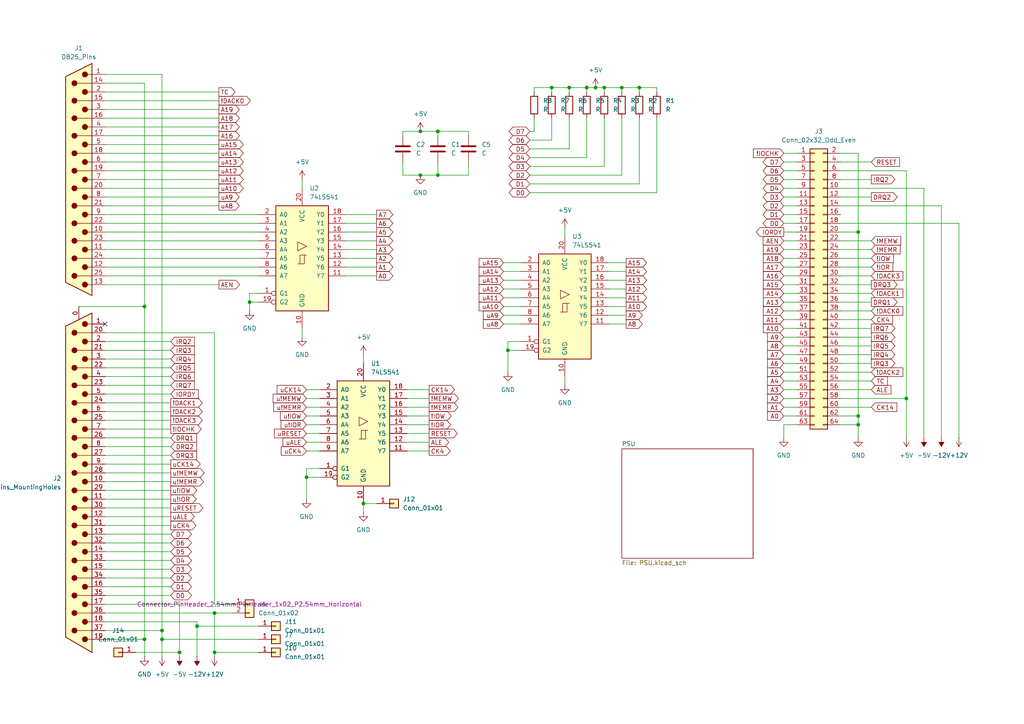
<source format=kicad_sch>
(kicad_sch (version 20250114) (generator "eeschema") (generator_version "9.0")
  (paper "A4")
  (lib_symbols
    (symbol "74xx:74LS541" (pin_names (offset 1.016))
      (property "Reference" "U" (at -7.62 16.51 0))
      (property "Value" "74LS541" (at -7.62 -16.51 0))
      (symbol "74LS541_1_0"
        (pin input line (at -12.7 12.7 0) (length 5.08) (name "A0") (number "2"))
        (pin input line (at -12.7 10.16 0) (length 5.08) (name "A1") (number "3"))
        (pin input line (at -12.7 7.62 0) (length 5.08) (name "A2") (number "4"))
        (pin input line (at -12.7 5.08 0) (length 5.08) (name "A3") (number "5"))
        (pin input line (at -12.7 2.54 0) (length 5.08) (name "A4") (number "6"))
        (pin input line (at -12.7 0 0) (length 5.08) (name "A5") (number "7"))
        (pin input line (at -12.7 -2.54 0) (length 5.08) (name "A6") (number "8"))
        (pin input line (at -12.7 -5.08 0) (length 5.08) (name "A7") (number "9"))
        (pin input inverted (at -12.7 -10.16 0) (length 5.08) (name "G1") (number "1"))
        (pin input inverted (at -12.7 -12.7 0) (length 5.08) (name "G2") (number "19"))
        (pin power_in line (at 0 20.32 270) (length 5.08) (name "VCC") (number "20"))
        (pin power_in line (at 0 -20.32 90) (length 5.08) (name "GND") (number "10"))
        (pin tri_state line (at 12.7 12.7 180) (length 5.08) (name "Y0") (number "18"))
        (pin tri_state line (at 12.7 10.16 180) (length 5.08) (name "Y1") (number "17"))
        (pin tri_state line (at 12.7 7.62 180) (length 5.08) (name "Y2") (number "16"))
        (pin tri_state line (at 12.7 5.08 180) (length 5.08) (name "Y3") (number "15"))
        (pin tri_state line (at 12.7 2.54 180) (length 5.08) (name "Y4") (number "14"))
        (pin tri_state line (at 12.7 0 180) (length 5.08) (name "Y5") (number "13"))
        (pin tri_state line (at 12.7 -2.54 180) (length 5.08) (name "Y6") (number "12"))
        (pin tri_state line (at 12.7 -5.08 180) (length 5.08) (name "Y7") (number "11"))
      )
    )
    (symbol "Connector:DB25_Pins" (pin_names (offset 1.016) (hide yes))
      (property "Reference" "J" (at 0 34.29 0))
      (property "Value" "DB25_Pins" (at 0 -34.925 0))
      (symbol "DB25_Pins_1_1"
        (pin passive line (at -7.62 30.48 0) (length 3.81) (name "13") (number "13"))
        (pin passive line (at -7.62 27.94 0) (length 3.81) (name "P25") (number "25"))
        (pin passive line (at -7.62 25.4 0) (length 3.81) (name "12") (number "12"))
        (pin passive line (at -7.62 22.86 0) (length 3.81) (name "P24") (number "24"))
        (pin passive line (at -7.62 20.32 0) (length 3.81) (name "11") (number "11"))
        (pin passive line (at -7.62 17.78 0) (length 3.81) (name "P23") (number "23"))
        (pin passive line (at -7.62 15.24 0) (length 3.81) (name "10") (number "10"))
        (pin passive line (at -7.62 12.7 0) (length 3.81) (name "P22") (number "22"))
        (pin passive line (at -7.62 10.16 0) (length 3.81) (name "9") (number "9"))
        (pin passive line (at -7.62 7.62 0) (length 3.81) (name "P21") (number "21"))
        (pin passive line (at -7.62 5.08 0) (length 3.81) (name "8") (number "8"))
        (pin passive line (at -7.62 2.54 0) (length 3.81) (name "P20") (number "20"))
        (pin passive line (at -7.62 0 0) (length 3.81) (name "7") (number "7"))
        (pin passive line (at -7.62 -2.54 0) (length 3.81) (name "P19") (number "19"))
        (pin passive line (at -7.62 -5.08 0) (length 3.81) (name "6") (number "6"))
        (pin passive line (at -7.62 -7.62 0) (length 3.81) (name "P18") (number "18"))
        (pin passive line (at -7.62 -10.16 0) (length 3.81) (name "5") (number "5"))
        (pin passive line (at -7.62 -12.7 0) (length 3.81) (name "P17") (number "17"))
        (pin passive line (at -7.62 -15.24 0) (length 3.81) (name "4") (number "4"))
        (pin passive line (at -7.62 -17.78 0) (length 3.81) (name "P16") (number "16"))
        (pin passive line (at -7.62 -20.32 0) (length 3.81) (name "3") (number "3"))
        (pin passive line (at -7.62 -22.86 0) (length 3.81) (name "P15") (number "15"))
        (pin passive line (at -7.62 -25.4 0) (length 3.81) (name "2") (number "2"))
        (pin passive line (at -7.62 -27.94 0) (length 3.81) (name "P14") (number "14"))
        (pin passive line (at -7.62 -30.48 0) (length 3.81) (name "1") (number "1"))
      )
    )
    (symbol "Connector:DC37_Pins_MountingHoles" (pin_names (offset 1.016) (hide yes))
      (property "Reference" "J" (at 0 52.705 0))
      (property "Value" "DC37_Pins_MountingHoles" (at 0 50.8 0))
      (symbol "DC37_Pins_MountingHoles_1_1"
        (pin passive line (at -7.62 45.72 0) (length 3.81) (name "19") (number "19"))
        (pin passive line (at -7.62 43.18 0) (length 3.81) (name "37") (number "37"))
        (pin passive line (at -7.62 40.64 0) (length 3.81) (name "18") (number "18"))
        (pin passive line (at -7.62 38.1 0) (length 3.81) (name "36") (number "36"))
        (pin passive line (at -7.62 35.56 0) (length 3.81) (name "17") (number "17"))
        (pin passive line (at -7.62 33.02 0) (length 3.81) (name "35") (number "35"))
        (pin passive line (at -7.62 30.48 0) (length 3.81) (name "16") (number "16"))
        (pin passive line (at -7.62 27.94 0) (length 3.81) (name "34") (number "34"))
        (pin passive line (at -7.62 25.4 0) (length 3.81) (name "15") (number "15"))
        (pin passive line (at -7.62 22.86 0) (length 3.81) (name "33") (number "33"))
        (pin passive line (at -7.62 20.32 0) (length 3.81) (name "14") (number "14"))
        (pin passive line (at -7.62 17.78 0) (length 3.81) (name "32") (number "32"))
        (pin passive line (at -7.62 15.24 0) (length 3.81) (name "13") (number "13"))
        (pin passive line (at -7.62 12.7 0) (length 3.81) (name "31") (number "31"))
        (pin passive line (at -7.62 10.16 0) (length 3.81) (name "12") (number "12"))
        (pin passive line (at -7.62 7.62 0) (length 3.81) (name "30") (number "30"))
        (pin passive line (at -7.62 5.08 0) (length 3.81) (name "11") (number "11"))
        (pin passive line (at -7.62 2.54 0) (length 3.81) (name "29") (number "29"))
        (pin passive line (at -7.62 0 0) (length 3.81) (name "10") (number "10"))
        (pin passive line (at -7.62 -2.54 0) (length 3.81) (name "28") (number "28"))
        (pin passive line (at -7.62 -5.08 0) (length 3.81) (name "9") (number "9"))
        (pin passive line (at -7.62 -7.62 0) (length 3.81) (name "27") (number "27"))
        (pin passive line (at -7.62 -10.16 0) (length 3.81) (name "8") (number "8"))
        (pin passive line (at -7.62 -12.7 0) (length 3.81) (name "26") (number "26"))
        (pin passive line (at -7.62 -15.24 0) (length 3.81) (name "7") (number "7"))
        (pin passive line (at -7.62 -17.78 0) (length 3.81) (name "25") (number "25"))
        (pin passive line (at -7.62 -20.32 0) (length 3.81) (name "6") (number "6"))
        (pin passive line (at -7.62 -22.86 0) (length 3.81) (name "24") (number "24"))
        (pin passive line (at -7.62 -25.4 0) (length 3.81) (name "5") (number "5"))
        (pin passive line (at -7.62 -27.94 0) (length 3.81) (name "23") (number "23"))
        (pin passive line (at -7.62 -30.48 0) (length 3.81) (name "4") (number "4"))
        (pin passive line (at -7.62 -33.02 0) (length 3.81) (name "22") (number "22"))
        (pin passive line (at -7.62 -35.56 0) (length 3.81) (name "3") (number "3"))
        (pin passive line (at -7.62 -38.1 0) (length 3.81) (name "21") (number "21"))
        (pin passive line (at -7.62 -40.64 0) (length 3.81) (name "2") (number "2"))
        (pin passive line (at -7.62 -43.18 0) (length 3.81) (name "20") (number "20"))
        (pin passive line (at -7.62 -45.72 0) (length 3.81) (name "1") (number "1"))
        (pin passive line (at 0 -50.8 90) (length 3.81) (name "PAD") (number "0"))
      )
    )
    (symbol "Connector_Generic:Conn_01x01" (pin_names (offset 1.016) (hide yes))
      (property "Reference" "J" (at 0 2.54 0))
      (property "Value" "Conn_01x01" (at 0 -2.54 0))
      (symbol "Conn_01x01_1_1"
        (pin passive line (at -5.08 0 0) (length 3.81) (name "Pin_1") (number "1"))
      )
    )
    (symbol "Connector_Generic:Conn_01x02" (pin_names (offset 1.016) (hide yes))
      (property "Reference" "J" (at 0 2.54 0))
      (property "Value" "Conn_01x02" (at 0 -5.08 0))
      (symbol "Conn_01x02_1_1"
        (pin passive line (at -5.08 0 0) (length 3.81) (name "Pin_1") (number "1"))
        (pin passive line (at -5.08 -2.54 0) (length 3.81) (name "Pin_2") (number "2"))
      )
    )
    (symbol "Connector_Generic:Conn_02x32_Odd_Even" (pin_names (offset 1.016) (hide yes))
      (property "Reference" "J" (at 1.27 40.64 0))
      (property "Value" "Conn_02x32_Odd_Even" (at 1.27 -43.18 0))
      (symbol "Conn_02x32_Odd_Even_1_1"
        (pin passive line (at -5.08 38.1 0) (length 3.81) (name "Pin_1") (number "1"))
        (pin passive line (at -5.08 35.56 0) (length 3.81) (name "Pin_3") (number "3"))
        (pin passive line (at -5.08 33.02 0) (length 3.81) (name "Pin_5") (number "5"))
        (pin passive line (at -5.08 30.48 0) (length 3.81) (name "Pin_7") (number "7"))
        (pin passive line (at -5.08 27.94 0) (length 3.81) (name "Pin_9") (number "9"))
        (pin passive line (at -5.08 25.4 0) (length 3.81) (name "Pin_11") (number "11"))
        (pin passive line (at -5.08 22.86 0) (length 3.81) (name "Pin_13") (number "13"))
        (pin passive line (at -5.08 20.32 0) (length 3.81) (name "Pin_15") (number "15"))
        (pin passive line (at -5.08 17.78 0) (length 3.81) (name "Pin_17") (number "17"))
        (pin passive line (at -5.08 15.24 0) (length 3.81) (name "Pin_19") (number "19"))
        (pin passive line (at -5.08 12.7 0) (length 3.81) (name "Pin_21") (number "21"))
        (pin passive line (at -5.08 10.16 0) (length 3.81) (name "Pin_23") (number "23"))
        (pin passive line (at -5.08 7.62 0) (length 3.81) (name "Pin_25") (number "25"))
        (pin passive line (at -5.08 5.08 0) (length 3.81) (name "Pin_27") (number "27"))
        (pin passive line (at -5.08 2.54 0) (length 3.81) (name "Pin_29") (number "29"))
        (pin passive line (at -5.08 0 0) (length 3.81) (name "Pin_31") (number "31"))
        (pin passive line (at -5.08 -2.54 0) (length 3.81) (name "Pin_33") (number "33"))
        (pin passive line (at -5.08 -5.08 0) (length 3.81) (name "Pin_35") (number "35"))
        (pin passive line (at -5.08 -7.62 0) (length 3.81) (name "Pin_37") (number "37"))
        (pin passive line (at -5.08 -10.16 0) (length 3.81) (name "Pin_39") (number "39"))
        (pin passive line (at -5.08 -12.7 0) (length 3.81) (name "Pin_41") (number "41"))
        (pin passive line (at -5.08 -15.24 0) (length 3.81) (name "Pin_43") (number "43"))
        (pin passive line (at -5.08 -17.78 0) (length 3.81) (name "Pin_45") (number "45"))
        (pin passive line (at -5.08 -20.32 0) (length 3.81) (name "Pin_47") (number "47"))
        (pin passive line (at -5.08 -22.86 0) (length 3.81) (name "Pin_49") (number "49"))
        (pin passive line (at -5.08 -25.4 0) (length 3.81) (name "Pin_51") (number "51"))
        (pin passive line (at -5.08 -27.94 0) (length 3.81) (name "Pin_53") (number "53"))
        (pin passive line (at -5.08 -30.48 0) (length 3.81) (name "Pin_55") (number "55"))
        (pin passive line (at -5.08 -33.02 0) (length 3.81) (name "Pin_57") (number "57"))
        (pin passive line (at -5.08 -35.56 0) (length 3.81) (name "Pin_59") (number "59"))
        (pin passive line (at -5.08 -38.1 0) (length 3.81) (name "Pin_61") (number "61"))
        (pin passive line (at -5.08 -40.64 0) (length 3.81) (name "Pin_63") (number "63"))
        (pin passive line (at 7.62 38.1 180) (length 3.81) (name "Pin_2") (number "2"))
        (pin passive line (at 7.62 35.56 180) (length 3.81) (name "Pin_4") (number "4"))
        (pin passive line (at 7.62 33.02 180) (length 3.81) (name "Pin_6") (number "6"))
        (pin passive line (at 7.62 30.48 180) (length 3.81) (name "Pin_8") (number "8"))
        (pin passive line (at 7.62 27.94 180) (length 3.81) (name "Pin_10") (number "10"))
        (pin passive line (at 7.62 25.4 180) (length 3.81) (name "Pin_12") (number "12"))
        (pin passive line (at 7.62 22.86 180) (length 3.81) (name "Pin_14") (number "14"))
        (pin passive line (at 7.62 20.32 180) (length 3.81) (name "Pin_16") (number "16"))
        (pin passive line (at 7.62 17.78 180) (length 3.81) (name "Pin_18") (number "18"))
        (pin passive line (at 7.62 15.24 180) (length 3.81) (name "Pin_20") (number "20"))
        (pin passive line (at 7.62 12.7 180) (length 3.81) (name "Pin_22") (number "22"))
        (pin passive line (at 7.62 10.16 180) (length 3.81) (name "Pin_24") (number "24"))
        (pin passive line (at 7.62 7.62 180) (length 3.81) (name "Pin_26") (number "26"))
        (pin passive line (at 7.62 5.08 180) (length 3.81) (name "Pin_28") (number "28"))
        (pin passive line (at 7.62 2.54 180) (length 3.81) (name "Pin_30") (number "30"))
        (pin passive line (at 7.62 0 180) (length 3.81) (name "Pin_32") (number "32"))
        (pin passive line (at 7.62 -2.54 180) (length 3.81) (name "Pin_34") (number "34"))
        (pin passive line (at 7.62 -5.08 180) (length 3.81) (name "Pin_36") (number "36"))
        (pin passive line (at 7.62 -7.62 180) (length 3.81) (name "Pin_38") (number "38"))
        (pin passive line (at 7.62 -10.16 180) (length 3.81) (name "Pin_40") (number "40"))
        (pin passive line (at 7.62 -12.7 180) (length 3.81) (name "Pin_42") (number "42"))
        (pin passive line (at 7.62 -15.24 180) (length 3.81) (name "Pin_44") (number "44"))
        (pin passive line (at 7.62 -17.78 180) (length 3.81) (name "Pin_46") (number "46"))
        (pin passive line (at 7.62 -20.32 180) (length 3.81) (name "Pin_48") (number "48"))
        (pin passive line (at 7.62 -22.86 180) (length 3.81) (name "Pin_50") (number "50"))
        (pin passive line (at 7.62 -25.4 180) (length 3.81) (name "Pin_52") (number "52"))
        (pin passive line (at 7.62 -27.94 180) (length 3.81) (name "Pin_54") (number "54"))
        (pin passive line (at 7.62 -30.48 180) (length 3.81) (name "Pin_56") (number "56"))
        (pin passive line (at 7.62 -33.02 180) (length 3.81) (name "Pin_58") (number "58"))
        (pin passive line (at 7.62 -35.56 180) (length 3.81) (name "Pin_60") (number "60"))
        (pin passive line (at 7.62 -38.1 180) (length 3.81) (name "Pin_62") (number "62"))
        (pin passive line (at 7.62 -40.64 180) (length 3.81) (name "Pin_64") (number "64"))
      )
    )
    (symbol "Device:C" (pin_numbers (hide yes)) (pin_names (offset 0.254))
      (property "Reference" "C" (at 0.635 2.54 0))
      (property "Value" "C" (at 0.635 -2.54 0))
      (symbol "C_1_1"
        (pin passive line (at 0 3.81 270) (length 2.794) (name "~") (number "1"))
        (pin passive line (at 0 -3.81 90) (length 2.794) (name "~") (number "2"))
      )
    )
    (symbol "Device:R" (pin_numbers (hide yes)) (pin_names (offset 0))
      (property "Reference" "R" (at 2.032 0 90))
      (property "Value" "R" (at 0 0 90))
      (symbol "R_1_1"
        (pin passive line (at 0 3.81 270) (length 1.27) (name "~") (number "1"))
        (pin passive line (at 0 -3.81 90) (length 1.27) (name "~") (number "2"))
      )
    )
    (symbol "power:+12V" (power) (pin_numbers (hide yes)) (pin_names (offset 0) (hide yes))
      (property "Value" "+12V" (at 0 3.556 0))
      (symbol "+12V_1_1"
        (pin power_in line (at 0 0 90) (length 0) (name "~") (number "1"))
      )
    )
    (symbol "power:+5V" (power) (pin_numbers (hide yes)) (pin_names (offset 0) (hide yes))
      (property "Value" "+5V" (at 0 3.556 0))
      (symbol "+5V_1_1"
        (pin power_in line (at 0 0 90) (length 0) (name "~") (number "1"))
      )
    )
    (symbol "power:-12V" (power) (pin_numbers (hide yes)) (pin_names (offset 0) (hide yes))
      (property "Value" "-12V" (at 0 3.556 0))
      (symbol "-12V_0_0"
        (pin power_in line (at 0 0 90) (length 0) (name "~") (number "1"))
      )
    )
    (symbol "power:-5V" (power) (pin_numbers (hide yes)) (pin_names (offset 0) (hide yes))
      (property "Value" "-5V" (at 0 3.556 0))
      (symbol "-5V_0_0"
        (pin power_in line (at 0 0 90) (length 0) (name "~") (number "1"))
      )
    )
    (symbol "power:GND" (power) (pin_numbers (hide yes)) (pin_names (offset 0) (hide yes))
      (property "Value" "GND" (at 0 -3.81 0))
      (symbol "GND_1_1"
        (pin power_in line (at 0 0 270) (length 0) (name "~") (number "1"))
      )
    )
  )
  (junction (at 62.23 189.23))
  (junction (at 62.23 177.8))
  (junction (at 248.92 67.31))
  (junction (at 46.99 185.42))
  (junction (at 52.07 189.23))
  (junction (at 185.42 25.4))
  (junction (at 121.92 38.1))
  (junction (at 262.89 115.57))
  (junction (at 127 38.1))
  (junction (at 88.9 138.43))
  (junction (at 121.92 50.8))
  (junction (at 57.15 181.61))
  (junction (at 46.99 182.88))
  (junction (at 41.91 185.42))
  (junction (at 172.72 25.4))
  (junction (at 72.39 87.63))
  (junction (at 147.32 101.6))
  (junction (at 170.18 25.4))
  (junction (at 248.92 123.19))
  (junction (at 127 50.8))
  (junction (at 248.92 120.65))
  (junction (at 175.26 25.4))
  (junction (at 165.1 25.4))
  (junction (at 41.91 88.9))
  (junction (at 105.41 146.05))
  (junction (at 160.02 25.4))
  (junction (at 180.34 25.4))
  (no_connect (at 30.48 93.98))
  (wire (pts (xy 30.48 170.18) (xy 49.53 170.18)))
  (wire (pts (xy 180.34 25.4) (xy 180.34 26.67)))
  (wire (pts (xy 88.9 113.03) (xy 92.71 113.03)))
  (wire (pts (xy 176.53 76.2) (xy 181.61 76.2)))
  (wire (pts (xy 88.9 135.89) (xy 88.9 138.43)))
  (wire (pts (xy 243.84 120.65) (xy 248.92 120.65)))
  (wire (pts (xy 243.84 115.57) (xy 262.89 115.57)))
  (wire (pts (xy 30.48 134.62) (xy 49.53 134.62)))
  (wire (pts (xy 146.05 81.28) (xy 151.13 81.28)))
  (wire (pts (xy 88.9 138.43) (xy 92.71 138.43)))
  (wire (pts (xy 118.11 113.03) (xy 124.46 113.03)))
  (wire (pts (xy 243.84 72.39) (xy 252.73 72.39)))
  (wire (pts (xy 185.42 34.29) (xy 185.42 53.34)))
  (wire (pts (xy 30.48 21.59) (xy 46.99 21.59)))
  (wire (pts (xy 243.84 87.63) (xy 252.73 87.63)))
  (wire (pts (xy 153.67 38.1) (xy 154.94 38.1)))
  (wire (pts (xy 30.48 167.64) (xy 49.53 167.64)))
  (wire (pts (xy 146.05 78.74) (xy 151.13 78.74)))
  (wire (pts (xy 62.23 175.26) (xy 62.23 96.52)))
  (wire (pts (xy 227.33 49.53) (xy 231.14 49.53)))
  (wire (pts (xy 243.84 97.79) (xy 252.73 97.79)))
  (wire (pts (xy 52.07 175.26) (xy 52.07 189.23)))
  (wire (pts (xy 30.48 82.55) (xy 63.5 82.55)))
  (wire (pts (xy 62.23 189.23) (xy 62.23 190.5)))
  (wire (pts (xy 88.9 115.57) (xy 92.71 115.57)))
  (wire (pts (xy 243.84 102.87) (xy 252.73 102.87)))
  (wire (pts (xy 151.13 99.06) (xy 147.32 99.06)))
  (wire (pts (xy 243.84 49.53) (xy 262.89 49.53)))
  (wire (pts (xy 127 38.1) (xy 135.89 38.1)))
  (wire (pts (xy 227.33 52.07) (xy 231.14 52.07)))
  (wire (pts (xy 30.48 154.94) (xy 49.53 154.94)))
  (wire (pts (xy 105.41 102.87) (xy 105.41 105.41)))
  (wire (pts (xy 46.99 185.42) (xy 46.99 190.5)))
  (wire (pts (xy 153.67 45.72) (xy 170.18 45.72)))
  (wire (pts (xy 153.67 43.18) (xy 165.1 43.18)))
  (wire (pts (xy 176.53 88.9) (xy 181.61 88.9)))
  (wire (pts (xy 147.32 99.06) (xy 147.32 101.6)))
  (wire (pts (xy 185.42 53.34) (xy 153.67 53.34)))
  (wire (pts (xy 30.48 29.21) (xy 63.5 29.21)))
  (wire (pts (xy 30.48 121.92) (xy 49.53 121.92)))
  (wire (pts (xy 118.11 115.57) (xy 124.46 115.57)))
  (wire (pts (xy 190.5 26.67) (xy 190.5 25.4)))
  (wire (pts (xy 30.48 119.38) (xy 49.53 119.38)))
  (wire (pts (xy 105.41 146.05) (xy 105.41 148.59)))
  (wire (pts (xy 243.84 107.95) (xy 252.73 107.95)))
  (wire (pts (xy 30.48 64.77) (xy 74.93 64.77)))
  (wire (pts (xy 88.9 138.43) (xy 88.9 144.78)))
  (wire (pts (xy 273.05 59.69) (xy 273.05 127)))
  (wire (pts (xy 248.92 44.45) (xy 248.92 67.31)))
  (wire (pts (xy 118.11 123.19) (xy 124.46 123.19)))
  (wire (pts (xy 88.9 120.65) (xy 92.71 120.65)))
  (wire (pts (xy 160.02 25.4) (xy 165.1 25.4)))
  (wire (pts (xy 100.33 80.01) (xy 109.22 80.01)))
  (wire (pts (xy 30.48 96.52) (xy 62.23 96.52)))
  (wire (pts (xy 30.48 157.48) (xy 49.53 157.48)))
  (wire (pts (xy 243.84 57.15) (xy 252.73 57.15)))
  (wire (pts (xy 30.48 111.76) (xy 49.53 111.76)))
  (wire (pts (xy 118.11 118.11) (xy 124.46 118.11)))
  (wire (pts (xy 243.84 74.93) (xy 252.73 74.93)))
  (wire (pts (xy 243.84 82.55) (xy 252.73 82.55)))
  (wire (pts (xy 267.97 54.61) (xy 267.97 127)))
  (wire (pts (xy 88.9 130.81) (xy 92.71 130.81)))
  (wire (pts (xy 118.11 128.27) (xy 124.46 128.27)))
  (wire (pts (xy 180.34 34.29) (xy 180.34 50.8)))
  (wire (pts (xy 243.84 110.49) (xy 252.73 110.49)))
  (wire (pts (xy 30.48 34.29) (xy 63.5 34.29)))
  (wire (pts (xy 72.39 87.63) (xy 74.93 87.63)))
  (wire (pts (xy 243.84 67.31) (xy 248.92 67.31)))
  (wire (pts (xy 30.48 139.7) (xy 49.53 139.7)))
  (wire (pts (xy 30.48 80.01) (xy 74.93 80.01)))
  (wire (pts (xy 146.05 88.9) (xy 151.13 88.9)))
  (wire (pts (xy 227.33 85.09) (xy 231.14 85.09)))
  (wire (pts (xy 100.33 77.47) (xy 109.22 77.47)))
  (wire (pts (xy 176.53 83.82) (xy 181.61 83.82)))
  (wire (pts (xy 30.48 182.88) (xy 46.99 182.88)))
  (wire (pts (xy 243.84 54.61) (xy 267.97 54.61)))
  (wire (pts (xy 100.33 69.85) (xy 109.22 69.85)))
  (wire (pts (xy 176.53 91.44) (xy 181.61 91.44)))
  (wire (pts (xy 41.91 24.13) (xy 41.91 88.9)))
  (wire (pts (xy 57.15 181.61) (xy 57.15 190.5)))
  (wire (pts (xy 41.91 185.42) (xy 41.91 190.5)))
  (wire (pts (xy 30.48 74.93) (xy 74.93 74.93)))
  (wire (pts (xy 243.84 44.45) (xy 248.92 44.45)))
  (wire (pts (xy 30.48 62.23) (xy 74.93 62.23)))
  (wire (pts (xy 227.33 110.49) (xy 231.14 110.49)))
  (wire (pts (xy 116.84 38.1) (xy 121.92 38.1)))
  (wire (pts (xy 52.07 189.23) (xy 52.07 190.5)))
  (wire (pts (xy 105.41 146.05) (xy 109.22 146.05)))
  (wire (pts (xy 185.42 25.4) (xy 180.34 25.4)))
  (wire (pts (xy 30.48 67.31) (xy 74.93 67.31)))
  (wire (pts (xy 154.94 38.1) (xy 154.94 34.29)))
  (wire (pts (xy 243.84 95.25) (xy 252.73 95.25)))
  (wire (pts (xy 227.33 118.11) (xy 231.14 118.11)))
  (wire (pts (xy 46.99 21.59) (xy 46.99 182.88)))
  (wire (pts (xy 46.99 182.88) (xy 46.99 185.42)))
  (wire (pts (xy 176.53 81.28) (xy 181.61 81.28)))
  (wire (pts (xy 72.39 85.09) (xy 72.39 87.63)))
  (wire (pts (xy 227.33 44.45) (xy 231.14 44.45)))
  (wire (pts (xy 227.33 82.55) (xy 231.14 82.55)))
  (wire (pts (xy 30.48 54.61) (xy 63.5 54.61)))
  (wire (pts (xy 147.32 101.6) (xy 151.13 101.6)))
  (wire (pts (xy 243.84 80.01) (xy 252.73 80.01)))
  (wire (pts (xy 165.1 25.4) (xy 170.18 25.4)))
  (wire (pts (xy 30.48 106.68) (xy 49.53 106.68)))
  (wire (pts (xy 227.33 100.33) (xy 231.14 100.33)))
  (wire (pts (xy 62.23 177.8) (xy 62.23 189.23)))
  (wire (pts (xy 227.33 95.25) (xy 231.14 95.25)))
  (wire (pts (xy 67.31 175.26) (xy 62.23 175.26)))
  (wire (pts (xy 30.48 44.45) (xy 63.5 44.45)))
  (wire (pts (xy 227.33 64.77) (xy 231.14 64.77)))
  (wire (pts (xy 227.33 57.15) (xy 231.14 57.15)))
  (wire (pts (xy 227.33 74.93) (xy 231.14 74.93)))
  (wire (pts (xy 227.33 120.65) (xy 231.14 120.65)))
  (wire (pts (xy 88.9 118.11) (xy 92.71 118.11)))
  (wire (pts (xy 100.33 67.31) (xy 109.22 67.31)))
  (wire (pts (xy 175.26 48.26) (xy 175.26 34.29)))
  (wire (pts (xy 262.89 49.53) (xy 262.89 115.57)))
  (wire (pts (xy 30.48 114.3) (xy 49.53 114.3)))
  (wire (pts (xy 243.84 46.99) (xy 252.73 46.99)))
  (wire (pts (xy 243.84 90.17) (xy 252.73 90.17)))
  (wire (pts (xy 153.67 55.88) (xy 190.5 55.88)))
  (wire (pts (xy 30.48 109.22) (xy 49.53 109.22)))
  (wire (pts (xy 180.34 25.4) (xy 175.26 25.4)))
  (wire (pts (xy 116.84 39.37) (xy 116.84 38.1)))
  (wire (pts (xy 170.18 25.4) (xy 170.18 26.67)))
  (wire (pts (xy 118.11 120.65) (xy 124.46 120.65)))
  (wire (pts (xy 30.48 152.4) (xy 49.53 152.4)))
  (wire (pts (xy 30.48 36.83) (xy 63.5 36.83)))
  (wire (pts (xy 243.84 59.69) (xy 273.05 59.69)))
  (wire (pts (xy 30.48 57.15) (xy 63.5 57.15)))
  (wire (pts (xy 248.92 67.31) (xy 248.92 120.65)))
  (wire (pts (xy 154.94 25.4) (xy 160.02 25.4)))
  (wire (pts (xy 154.94 26.67) (xy 154.94 25.4)))
  (wire (pts (xy 135.89 38.1) (xy 135.89 39.37)))
  (wire (pts (xy 190.5 55.88) (xy 190.5 34.29)))
  (wire (pts (xy 227.33 105.41) (xy 231.14 105.41)))
  (wire (pts (xy 243.84 92.71) (xy 252.73 92.71)))
  (wire (pts (xy 46.99 185.42) (xy 74.93 185.42)))
  (wire (pts (xy 146.05 86.36) (xy 151.13 86.36)))
  (wire (pts (xy 30.48 162.56) (xy 49.53 162.56)))
  (wire (pts (xy 243.84 77.47) (xy 252.73 77.47)))
  (wire (pts (xy 146.05 91.44) (xy 151.13 91.44)))
  (wire (pts (xy 30.48 39.37) (xy 63.5 39.37)))
  (wire (pts (xy 176.53 93.98) (xy 181.61 93.98)))
  (wire (pts (xy 227.33 123.19) (xy 227.33 127)))
  (wire (pts (xy 135.89 50.8) (xy 127 50.8)))
  (wire (pts (xy 100.33 74.93) (xy 109.22 74.93)))
  (wire (pts (xy 30.48 127) (xy 49.53 127)))
  (wire (pts (xy 30.48 31.75) (xy 63.5 31.75)))
  (wire (pts (xy 30.48 142.24) (xy 49.53 142.24)))
  (wire (pts (xy 243.84 52.07) (xy 252.73 52.07)))
  (wire (pts (xy 262.89 115.57) (xy 262.89 127)))
  (wire (pts (xy 227.33 115.57) (xy 231.14 115.57)))
  (wire (pts (xy 227.33 46.99) (xy 231.14 46.99)))
  (wire (pts (xy 227.33 80.01) (xy 231.14 80.01)))
  (wire (pts (xy 227.33 59.69) (xy 231.14 59.69)))
  (wire (pts (xy 30.48 41.91) (xy 63.5 41.91)))
  (wire (pts (xy 30.48 116.84) (xy 49.53 116.84)))
  (wire (pts (xy 127 50.8) (xy 127 46.99)))
  (wire (pts (xy 127 39.37) (xy 127 38.1)))
  (wire (pts (xy 146.05 93.98) (xy 151.13 93.98)))
  (wire (pts (xy 227.33 90.17) (xy 231.14 90.17)))
  (wire (pts (xy 116.84 50.8) (xy 116.84 46.99)))
  (wire (pts (xy 87.63 95.25) (xy 87.63 97.79)))
  (wire (pts (xy 227.33 102.87) (xy 231.14 102.87)))
  (wire (pts (xy 160.02 40.64) (xy 160.02 34.29)))
  (wire (pts (xy 227.33 97.79) (xy 231.14 97.79)))
  (wire (pts (xy 160.02 25.4) (xy 160.02 26.67)))
  (wire (pts (xy 30.48 101.6) (xy 49.53 101.6)))
  (wire (pts (xy 227.33 62.23) (xy 231.14 62.23)))
  (wire (pts (xy 227.33 72.39) (xy 231.14 72.39)))
  (wire (pts (xy 227.33 77.47) (xy 231.14 77.47)))
  (wire (pts (xy 146.05 76.2) (xy 151.13 76.2)))
  (wire (pts (xy 227.33 67.31) (xy 231.14 67.31)))
  (wire (pts (xy 243.84 85.09) (xy 252.73 85.09)))
  (wire (pts (xy 30.48 132.08) (xy 49.53 132.08)))
  (wire (pts (xy 248.92 120.65) (xy 248.92 123.19)))
  (wire (pts (xy 165.1 25.4) (xy 165.1 26.67)))
  (wire (pts (xy 30.48 26.67) (xy 63.5 26.67)))
  (wire (pts (xy 121.92 50.8) (xy 116.84 50.8)))
  (wire (pts (xy 74.93 85.09) (xy 72.39 85.09)))
  (wire (pts (xy 227.33 69.85) (xy 231.14 69.85)))
  (wire (pts (xy 62.23 189.23) (xy 74.93 189.23)))
  (wire (pts (xy 30.48 104.14) (xy 49.53 104.14)))
  (wire (pts (xy 243.84 100.33) (xy 252.73 100.33)))
  (wire (pts (xy 88.9 123.19) (xy 92.71 123.19)))
  (wire (pts (xy 30.48 52.07) (xy 63.5 52.07)))
  (wire (pts (xy 170.18 25.4) (xy 172.72 25.4)))
  (wire (pts (xy 243.84 69.85) (xy 252.73 69.85)))
  (wire (pts (xy 30.48 24.13) (xy 41.91 24.13)))
  (wire (pts (xy 153.67 40.64) (xy 160.02 40.64)))
  (wire (pts (xy 30.48 129.54) (xy 49.53 129.54)))
  (wire (pts (xy 39.37 189.23) (xy 52.07 189.23)))
  (wire (pts (xy 100.33 64.77) (xy 109.22 64.77)))
  (wire (pts (xy 227.33 87.63) (xy 231.14 87.63)))
  (wire (pts (xy 30.48 77.47) (xy 74.93 77.47)))
  (wire (pts (xy 243.84 118.11) (xy 252.73 118.11)))
  (wire (pts (xy 243.84 123.19) (xy 248.92 123.19)))
  (wire (pts (xy 30.48 144.78) (xy 49.53 144.78)))
  (wire (pts (xy 231.14 123.19) (xy 227.33 123.19)))
  (wire (pts (xy 185.42 25.4) (xy 185.42 26.67)))
  (wire (pts (xy 30.48 72.39) (xy 74.93 72.39)))
  (wire (pts (xy 248.92 123.19) (xy 248.92 127)))
  (wire (pts (xy 170.18 45.72) (xy 170.18 34.29)))
  (wire (pts (xy 165.1 43.18) (xy 165.1 34.29)))
  (wire (pts (xy 72.39 87.63) (xy 72.39 90.17)))
  (wire (pts (xy 30.48 137.16) (xy 49.53 137.16)))
  (wire (pts (xy 146.05 83.82) (xy 151.13 83.82)))
  (wire (pts (xy 175.26 25.4) (xy 172.72 25.4)))
  (wire (pts (xy 163.83 109.22) (xy 163.83 111.76)))
  (wire (pts (xy 100.33 72.39) (xy 109.22 72.39)))
  (wire (pts (xy 30.48 185.42) (xy 41.91 185.42)))
  (wire (pts (xy 121.92 50.8) (xy 127 50.8)))
  (wire (pts (xy 127 38.1) (xy 121.92 38.1)))
  (wire (pts (xy 87.63 52.07) (xy 87.63 54.61)))
  (wire (pts (xy 57.15 181.61) (xy 74.93 181.61)))
  (wire (pts (xy 227.33 54.61) (xy 231.14 54.61)))
  (wire (pts (xy 190.5 25.4) (xy 185.42 25.4)))
  (wire (pts (xy 57.15 180.34) (xy 57.15 181.61)))
  (wire (pts (xy 243.84 105.41) (xy 252.73 105.41)))
  (wire (pts (xy 30.48 175.26) (xy 52.07 175.26)))
  (wire (pts (xy 88.9 125.73) (xy 92.71 125.73)))
  (wire (pts (xy 30.48 49.53) (xy 63.5 49.53)))
  (wire (pts (xy 278.13 64.77) (xy 278.13 127)))
  (wire (pts (xy 227.33 107.95) (xy 231.14 107.95)))
  (wire (pts (xy 62.23 177.8) (xy 67.31 177.8)))
  (wire (pts (xy 227.33 113.03) (xy 231.14 113.03)))
  (wire (pts (xy 30.48 69.85) (xy 74.93 69.85)))
  (wire (pts (xy 22.86 88.9) (xy 41.91 88.9)))
  (wire (pts (xy 30.48 180.34) (xy 57.15 180.34)))
  (wire (pts (xy 243.84 64.77) (xy 278.13 64.77)))
  (wire (pts (xy 243.84 113.03) (xy 252.73 113.03)))
  (wire (pts (xy 30.48 177.8) (xy 62.23 177.8)))
  (wire (pts (xy 135.89 46.99) (xy 135.89 50.8)))
  (wire (pts (xy 100.33 62.23) (xy 109.22 62.23)))
  (wire (pts (xy 163.83 66.04) (xy 163.83 68.58)))
  (wire (pts (xy 227.33 92.71) (xy 231.14 92.71)))
  (wire (pts (xy 153.67 48.26) (xy 175.26 48.26)))
  (wire (pts (xy 30.48 149.86) (xy 49.53 149.86)))
  (wire (pts (xy 176.53 86.36) (xy 181.61 86.36)))
  (wire (pts (xy 30.48 46.99) (xy 63.5 46.99)))
  (wire (pts (xy 30.48 124.46) (xy 49.53 124.46)))
  (wire (pts (xy 88.9 128.27) (xy 92.71 128.27)))
  (wire (pts (xy 30.48 165.1) (xy 49.53 165.1)))
  (wire (pts (xy 30.48 99.06) (xy 49.53 99.06)))
  (wire (pts (xy 147.32 101.6) (xy 147.32 107.95)))
  (wire (pts (xy 30.48 172.72) (xy 49.53 172.72)))
  (wire (pts (xy 92.71 135.89) (xy 88.9 135.89)))
  (wire (pts (xy 41.91 88.9) (xy 41.91 185.42)))
  (wire (pts (xy 176.53 78.74) (xy 181.61 78.74)))
  (wire (pts (xy 153.67 50.8) (xy 180.34 50.8)))
  (wire (pts (xy 118.11 130.81) (xy 124.46 130.81)))
  (wire (pts (xy 175.26 25.4) (xy 175.26 26.67)))
  (wire (pts (xy 118.11 125.73) (xy 124.46 125.73)))
  (wire (pts (xy 30.48 147.32) (xy 49.53 147.32)))
  (wire (pts (xy 30.48 59.69) (xy 63.5 59.69)))
  (wire (pts (xy 30.48 160.02) (xy 49.53 160.02)))
  (global_label "u!IOR" (shape input) (at 88.9 123.19 180) (property "Intersheetrefs" "${INTERSHEET_REFS}" (effects (hide yes))))
  (global_label "A5" (shape input) (at 227.33 107.95 180) (property "Intersheetrefs" "${INTERSHEET_REFS}" (effects (hide yes))))
  (global_label "A19" (shape output) (at 63.5 31.75 0) (property "Intersheetrefs" "${INTERSHEET_REFS}" (effects (hide yes))))
  (global_label "IRQ7" (shape input) (at 49.53 111.76 0) (property "Intersheetrefs" "${INTERSHEET_REFS}" (effects (hide yes))))
  (global_label "D4" (shape bidirectional) (at 227.33 54.61 180) (property "Intersheetrefs" "${INTERSHEET_REFS}" (effects (hide yes))))
  (global_label "uALE" (shape input) (at 88.9 128.27 180) (property "Intersheetrefs" "${INTERSHEET_REFS}" (effects (hide yes))))
  (global_label "uA9" (shape input) (at 146.05 91.44 180) (property "Intersheetrefs" "${INTERSHEET_REFS}" (effects (hide yes))))
  (global_label "IRQ7" (shape output) (at 252.73 95.25 0) (property "Intersheetrefs" "${INTERSHEET_REFS}" (effects (hide yes))))
  (global_label "IRQ4" (shape output) (at 252.73 102.87 0) (property "Intersheetrefs" "${INTERSHEET_REFS}" (effects (hide yes))))
  (global_label "IRQ5" (shape output) (at 252.73 100.33 0) (property "Intersheetrefs" "${INTERSHEET_REFS}" (effects (hide yes))))
  (global_label "u!IOW" (shape input) (at 88.9 120.65 180) (property "Intersheetrefs" "${INTERSHEET_REFS}" (effects (hide yes))))
  (global_label "D7" (shape bidirectional) (at 153.67 38.1 180) (property "Intersheetrefs" "${INTERSHEET_REFS}" (effects (hide yes))))
  (global_label "!MEMW" (shape output) (at 124.46 115.57 0) (property "Intersheetrefs" "${INTERSHEET_REFS}" (effects (hide yes))))
  (global_label "u!MEMR" (shape output) (at 49.53 139.7 0) (property "Intersheetrefs" "${INTERSHEET_REFS}" (effects (hide yes))))
  (global_label "CK4" (shape output) (at 124.46 130.81 0) (property "Intersheetrefs" "${INTERSHEET_REFS}" (effects (hide yes))))
  (global_label "A16" (shape input) (at 227.33 80.01 180) (property "Intersheetrefs" "${INTERSHEET_REFS}" (effects (hide yes))))
  (global_label "D0" (shape bidirectional) (at 227.33 64.77 180) (property "Intersheetrefs" "${INTERSHEET_REFS}" (effects (hide yes))))
  (global_label "A10" (shape output) (at 181.61 88.9 0) (property "Intersheetrefs" "${INTERSHEET_REFS}" (effects (hide yes))))
  (global_label "A17" (shape output) (at 63.5 36.83 0) (property "Intersheetrefs" "${INTERSHEET_REFS}" (effects (hide yes))))
  (global_label "ALE" (shape input) (at 252.73 113.03 0) (property "Intersheetrefs" "${INTERSHEET_REFS}" (effects (hide yes))))
  (global_label "uA13" (shape output) (at 63.5 46.99 0) (property "Intersheetrefs" "${INTERSHEET_REFS}" (effects (hide yes))))
  (global_label "A11" (shape output) (at 181.61 86.36 0) (property "Intersheetrefs" "${INTERSHEET_REFS}" (effects (hide yes))))
  (global_label "uA13" (shape input) (at 146.05 81.28 180) (property "Intersheetrefs" "${INTERSHEET_REFS}" (effects (hide yes))))
  (global_label "DRQ3" (shape input) (at 49.53 132.08 0) (property "Intersheetrefs" "${INTERSHEET_REFS}" (effects (hide yes))))
  (global_label "A2" (shape input) (at 227.33 115.57 180) (property "Intersheetrefs" "${INTERSHEET_REFS}" (effects (hide yes))))
  (global_label "IORDY" (shape output) (at 227.33 67.31 180) (property "Intersheetrefs" "${INTERSHEET_REFS}" (effects (hide yes))))
  (global_label "A3" (shape output) (at 109.22 72.39 0) (property "Intersheetrefs" "${INTERSHEET_REFS}" (effects (hide yes))))
  (global_label "uA15" (shape output) (at 63.5 41.91 0) (property "Intersheetrefs" "${INTERSHEET_REFS}" (effects (hide yes))))
  (global_label "!IOCHK" (shape output) (at 49.53 124.46 0) (property "Intersheetrefs" "${INTERSHEET_REFS}" (effects (hide yes))))
  (global_label "A16" (shape output) (at 63.5 39.37 0) (property "Intersheetrefs" "${INTERSHEET_REFS}" (effects (hide yes))))
  (global_label "A19" (shape input) (at 227.33 72.39 180) (property "Intersheetrefs" "${INTERSHEET_REFS}" (effects (hide yes))))
  (global_label "A13" (shape input) (at 227.33 87.63 180) (property "Intersheetrefs" "${INTERSHEET_REFS}" (effects (hide yes))))
  (global_label "uCK14" (shape output) (at 49.53 134.62 0) (property "Intersheetrefs" "${INTERSHEET_REFS}" (effects (hide yes))))
  (global_label "uA14" (shape input) (at 146.05 78.74 180) (property "Intersheetrefs" "${INTERSHEET_REFS}" (effects (hide yes))))
  (global_label "u!MEMR" (shape input) (at 88.9 118.11 180) (property "Intersheetrefs" "${INTERSHEET_REFS}" (effects (hide yes))))
  (global_label "IRQ3" (shape output) (at 252.73 105.41 0) (property "Intersheetrefs" "${INTERSHEET_REFS}" (effects (hide yes))))
  (global_label "D3" (shape bidirectional) (at 49.53 165.1 0) (property "Intersheetrefs" "${INTERSHEET_REFS}" (effects (hide yes))))
  (global_label "uCK14" (shape input) (at 88.9 113.03 180) (property "Intersheetrefs" "${INTERSHEET_REFS}" (effects (hide yes))))
  (global_label "D2" (shape bidirectional) (at 49.53 167.64 0) (property "Intersheetrefs" "${INTERSHEET_REFS}" (effects (hide yes))))
  (global_label "D1" (shape bidirectional) (at 49.53 170.18 0) (property "Intersheetrefs" "${INTERSHEET_REFS}" (effects (hide yes))))
  (global_label "A11" (shape input) (at 227.33 92.71 180) (property "Intersheetrefs" "${INTERSHEET_REFS}" (effects (hide yes))))
  (global_label "D4" (shape bidirectional) (at 49.53 162.56 0) (property "Intersheetrefs" "${INTERSHEET_REFS}" (effects (hide yes))))
  (global_label "u!MEMW" (shape input) (at 88.9 115.57 180) (property "Intersheetrefs" "${INTERSHEET_REFS}" (effects (hide yes))))
  (global_label "D6" (shape bidirectional) (at 227.33 49.53 180) (property "Intersheetrefs" "${INTERSHEET_REFS}" (effects (hide yes))))
  (global_label "D0" (shape bidirectional) (at 153.67 55.88 180) (property "Intersheetrefs" "${INTERSHEET_REFS}" (effects (hide yes))))
  (global_label "!DACK3" (shape input) (at 252.73 80.01 0) (property "Intersheetrefs" "${INTERSHEET_REFS}" (effects (hide yes))))
  (global_label "uA11" (shape input) (at 146.05 86.36 180) (property "Intersheetrefs" "${INTERSHEET_REFS}" (effects (hide yes))))
  (global_label "A14" (shape output) (at 181.61 78.74 0) (property "Intersheetrefs" "${INTERSHEET_REFS}" (effects (hide yes))))
  (global_label "uA12" (shape input) (at 146.05 83.82 180) (property "Intersheetrefs" "${INTERSHEET_REFS}" (effects (hide yes))))
  (global_label "!DACK2" (shape output) (at 49.53 119.38 0) (property "Intersheetrefs" "${INTERSHEET_REFS}" (effects (hide yes))))
  (global_label "A14" (shape input) (at 227.33 85.09 180) (property "Intersheetrefs" "${INTERSHEET_REFS}" (effects (hide yes))))
  (global_label "TC" (shape input) (at 252.73 110.49 0) (property "Intersheetrefs" "${INTERSHEET_REFS}" (effects (hide yes))))
  (global_label "A17" (shape input) (at 227.33 77.47 180) (property "Intersheetrefs" "${INTERSHEET_REFS}" (effects (hide yes))))
  (global_label "A6" (shape output) (at 109.22 64.77 0) (property "Intersheetrefs" "${INTERSHEET_REFS}" (effects (hide yes))))
  (global_label "uRESET" (shape input) (at 88.9 125.73 180) (property "Intersheetrefs" "${INTERSHEET_REFS}" (effects (hide yes))))
  (global_label "!DACK2" (shape input) (at 252.73 107.95 0) (property "Intersheetrefs" "${INTERSHEET_REFS}" (effects (hide yes))))
  (global_label "D7" (shape bidirectional) (at 227.33 46.99 180) (property "Intersheetrefs" "${INTERSHEET_REFS}" (effects (hide yes))))
  (global_label "IORDY" (shape input) (at 49.53 114.3 0) (property "Intersheetrefs" "${INTERSHEET_REFS}" (effects (hide yes))))
  (global_label "DRQ2" (shape input) (at 49.53 129.54 0) (property "Intersheetrefs" "${INTERSHEET_REFS}" (effects (hide yes))))
  (global_label "uA8" (shape output) (at 63.5 59.69 0) (property "Intersheetrefs" "${INTERSHEET_REFS}" (effects (hide yes))))
  (global_label "DRQ1" (shape input) (at 49.53 127 0) (property "Intersheetrefs" "${INTERSHEET_REFS}" (effects (hide yes))))
  (global_label "u!IOW" (shape output) (at 49.53 142.24 0) (property "Intersheetrefs" "${INTERSHEET_REFS}" (effects (hide yes))))
  (global_label "uA10" (shape output) (at 63.5 54.61 0) (property "Intersheetrefs" "${INTERSHEET_REFS}" (effects (hide yes))))
  (global_label "!MEMR" (shape input) (at 252.73 72.39 0) (property "Intersheetrefs" "${INTERSHEET_REFS}" (effects (hide yes))))
  (global_label "CK4" (shape input) (at 252.73 92.71 0) (property "Intersheetrefs" "${INTERSHEET_REFS}" (effects (hide yes))))
  (global_label "A1" (shape output) (at 109.22 77.47 0) (property "Intersheetrefs" "${INTERSHEET_REFS}" (effects (hide yes))))
  (global_label "A6" (shape input) (at 227.33 105.41 180) (property "Intersheetrefs" "${INTERSHEET_REFS}" (effects (hide yes))))
  (global_label "A4" (shape input) (at 227.33 110.49 180) (property "Intersheetrefs" "${INTERSHEET_REFS}" (effects (hide yes))))
  (global_label "A7" (shape input) (at 227.33 102.87 180) (property "Intersheetrefs" "${INTERSHEET_REFS}" (effects (hide yes))))
  (global_label "!MEMW" (shape input) (at 252.73 69.85 0) (property "Intersheetrefs" "${INTERSHEET_REFS}" (effects (hide yes))))
  (global_label "IRQ2" (shape output) (at 252.73 52.07 0) (property "Intersheetrefs" "${INTERSHEET_REFS}" (effects (hide yes))))
  (global_label "D0" (shape bidirectional) (at 49.53 172.72 0) (property "Intersheetrefs" "${INTERSHEET_REFS}" (effects (hide yes))))
  (global_label "uA12" (shape output) (at 63.5 49.53 0) (property "Intersheetrefs" "${INTERSHEET_REFS}" (effects (hide yes))))
  (global_label "RESET" (shape input) (at 252.73 46.99 0) (property "Intersheetrefs" "${INTERSHEET_REFS}" (effects (hide yes))))
  (global_label "A9" (shape output) (at 181.61 91.44 0) (property "Intersheetrefs" "${INTERSHEET_REFS}" (effects (hide yes))))
  (global_label "AEN" (shape input) (at 227.33 69.85 180) (property "Intersheetrefs" "${INTERSHEET_REFS}" (effects (hide yes))))
  (global_label "A3" (shape input) (at 227.33 113.03 180) (property "Intersheetrefs" "${INTERSHEET_REFS}" (effects (hide yes))))
  (global_label "D4" (shape bidirectional) (at 153.67 45.72 180) (property "Intersheetrefs" "${INTERSHEET_REFS}" (effects (hide yes))))
  (global_label "A7" (shape output) (at 109.22 62.23 0) (property "Intersheetrefs" "${INTERSHEET_REFS}" (effects (hide yes))))
  (global_label "!IOR" (shape input) (at 252.73 77.47 0) (property "Intersheetrefs" "${INTERSHEET_REFS}" (effects (hide yes))))
  (global_label "DRQ2" (shape output) (at 252.73 57.15 0) (property "Intersheetrefs" "${INTERSHEET_REFS}" (effects (hide yes))))
  (global_label "DRQ3" (shape output) (at 252.73 82.55 0) (property "Intersheetrefs" "${INTERSHEET_REFS}" (effects (hide yes))))
  (global_label "A0" (shape output) (at 109.22 80.01 0) (property "Intersheetrefs" "${INTERSHEET_REFS}" (effects (hide yes))))
  (global_label "uALE" (shape output) (at 49.53 149.86 0) (property "Intersheetrefs" "${INTERSHEET_REFS}" (effects (hide yes))))
  (global_label "D2" (shape bidirectional) (at 153.67 50.8 180) (property "Intersheetrefs" "${INTERSHEET_REFS}" (effects (hide yes))))
  (global_label "!DACK0" (shape output) (at 63.5 29.21 0) (property "Intersheetrefs" "${INTERSHEET_REFS}" (effects (hide yes))))
  (global_label "uA10" (shape input) (at 146.05 88.9 180) (property "Intersheetrefs" "${INTERSHEET_REFS}" (effects (hide yes))))
  (global_label "uRESET" (shape output) (at 49.53 147.32 0) (property "Intersheetrefs" "${INTERSHEET_REFS}" (effects (hide yes))))
  (global_label "IRQ4" (shape input) (at 49.53 104.14 0) (property "Intersheetrefs" "${INTERSHEET_REFS}" (effects (hide yes))))
  (global_label "TC" (shape output) (at 63.5 26.67 0) (property "Intersheetrefs" "${INTERSHEET_REFS}" (effects (hide yes))))
  (global_label "A1" (shape input) (at 227.33 118.11 180) (property "Intersheetrefs" "${INTERSHEET_REFS}" (effects (hide yes))))
  (global_label "CK14" (shape input) (at 252.73 118.11 0) (property "Intersheetrefs" "${INTERSHEET_REFS}" (effects (hide yes))))
  (global_label "A2" (shape output) (at 109.22 74.93 0) (property "Intersheetrefs" "${INTERSHEET_REFS}" (effects (hide yes))))
  (global_label "D6" (shape bidirectional) (at 49.53 157.48 0) (property "Intersheetrefs" "${INTERSHEET_REFS}" (effects (hide yes))))
  (global_label "IRQ6" (shape output) (at 252.73 97.79 0) (property "Intersheetrefs" "${INTERSHEET_REFS}" (effects (hide yes))))
  (global_label "A12" (shape input) (at 227.33 90.17 180) (property "Intersheetrefs" "${INTERSHEET_REFS}" (effects (hide yes))))
  (global_label "uA8" (shape input) (at 146.05 93.98 180) (property "Intersheetrefs" "${INTERSHEET_REFS}" (effects (hide yes))))
  (global_label "!DACK1" (shape input) (at 252.73 85.09 0) (property "Intersheetrefs" "${INTERSHEET_REFS}" (effects (hide yes))))
  (global_label "D5" (shape bidirectional) (at 49.53 160.02 0) (property "Intersheetrefs" "${INTERSHEET_REFS}" (effects (hide yes))))
  (global_label "D1" (shape bidirectional) (at 227.33 62.23 180) (property "Intersheetrefs" "${INTERSHEET_REFS}" (effects (hide yes))))
  (global_label "IRQ6" (shape input) (at 49.53 109.22 0) (property "Intersheetrefs" "${INTERSHEET_REFS}" (effects (hide yes))))
  (global_label "D3" (shape bidirectional) (at 153.67 48.26 180) (property "Intersheetrefs" "${INTERSHEET_REFS}" (effects (hide yes))))
  (global_label "!MEMR" (shape output) (at 124.46 118.11 0) (property "Intersheetrefs" "${INTERSHEET_REFS}" (effects (hide yes))))
  (global_label "!DACK1" (shape output) (at 49.53 116.84 0) (property "Intersheetrefs" "${INTERSHEET_REFS}" (effects (hide yes))))
  (global_label "D5" (shape bidirectional) (at 227.33 52.07 180) (property "Intersheetrefs" "${INTERSHEET_REFS}" (effects (hide yes))))
  (global_label "A15" (shape output) (at 181.61 76.2 0) (property "Intersheetrefs" "${INTERSHEET_REFS}" (effects (hide yes))))
  (global_label "D7" (shape bidirectional) (at 49.53 154.94 0) (property "Intersheetrefs" "${INTERSHEET_REFS}" (effects (hide yes))))
  (global_label "CK14" (shape output) (at 124.46 113.03 0) (property "Intersheetrefs" "${INTERSHEET_REFS}" (effects (hide yes))))
  (global_label "A15" (shape input) (at 227.33 82.55 180) (property "Intersheetrefs" "${INTERSHEET_REFS}" (effects (hide yes))))
  (global_label "uCK4" (shape output) (at 49.53 152.4 0) (property "Intersheetrefs" "${INTERSHEET_REFS}" (effects (hide yes))))
  (global_label "u!MEMW" (shape output) (at 49.53 137.16 0) (property "Intersheetrefs" "${INTERSHEET_REFS}" (effects (hide yes))))
  (global_label "D5" (shape bidirectional) (at 153.67 43.18 180) (property "Intersheetrefs" "${INTERSHEET_REFS}" (effects (hide yes))))
  (global_label "D1" (shape bidirectional) (at 153.67 53.34 180) (property "Intersheetrefs" "${INTERSHEET_REFS}" (effects (hide yes))))
  (global_label "!IOW" (shape output) (at 124.46 120.65 0) (property "Intersheetrefs" "${INTERSHEET_REFS}" (effects (hide yes))))
  (global_label "A5" (shape output) (at 109.22 67.31 0) (property "Intersheetrefs" "${INTERSHEET_REFS}" (effects (hide yes))))
  (global_label "!DACK0" (shape input) (at 252.73 90.17 0) (property "Intersheetrefs" "${INTERSHEET_REFS}" (effects (hide yes))))
  (global_label "A10" (shape input) (at 227.33 95.25 180) (property "Intersheetrefs" "${INTERSHEET_REFS}" (effects (hide yes))))
  (global_label "u!IOR" (shape output) (at 49.53 144.78 0) (property "Intersheetrefs" "${INTERSHEET_REFS}" (effects (hide yes))))
  (global_label "D3" (shape bidirectional) (at 227.33 57.15 180) (property "Intersheetrefs" "${INTERSHEET_REFS}" (effects (hide yes))))
  (global_label "A12" (shape output) (at 181.61 83.82 0) (property "Intersheetrefs" "${INTERSHEET_REFS}" (effects (hide yes))))
  (global_label "!IOR" (shape output) (at 124.46 123.19 0) (property "Intersheetrefs" "${INTERSHEET_REFS}" (effects (hide yes))))
  (global_label "uCK4" (shape input) (at 88.9 130.81 180) (property "Intersheetrefs" "${INTERSHEET_REFS}" (effects (hide yes))))
  (global_label "D2" (shape bidirectional) (at 227.33 59.69 180) (property "Intersheetrefs" "${INTERSHEET_REFS}" (effects (hide yes))))
  (global_label "A18" (shape output) (at 63.5 34.29 0) (property "Intersheetrefs" "${INTERSHEET_REFS}" (effects (hide yes))))
  (global_label "!DACK3" (shape output) (at 49.53 121.92 0) (property "Intersheetrefs" "${INTERSHEET_REFS}" (effects (hide yes))))
  (global_label "!IOCHK" (shape input) (at 227.33 44.45 180) (property "Intersheetrefs" "${INTERSHEET_REFS}" (effects (hide yes))))
  (global_label "A13" (shape output) (at 181.61 81.28 0) (property "Intersheetrefs" "${INTERSHEET_REFS}" (effects (hide yes))))
  (global_label "A0" (shape input) (at 227.33 120.65 180) (property "Intersheetrefs" "${INTERSHEET_REFS}" (effects (hide yes))))
  (global_label "IRQ3" (shape input) (at 49.53 101.6 0) (property "Intersheetrefs" "${INTERSHEET_REFS}" (effects (hide yes))))
  (global_label "ALE" (shape output) (at 124.46 128.27 0) (property "Intersheetrefs" "${INTERSHEET_REFS}" (effects (hide yes))))
  (global_label "uA9" (shape output) (at 63.5 57.15 0) (property "Intersheetrefs" "${INTERSHEET_REFS}" (effects (hide yes))))
  (global_label "A9" (shape input) (at 227.33 97.79 180) (property "Intersheetrefs" "${INTERSHEET_REFS}" (effects (hide yes))))
  (global_label "D6" (shape bidirectional) (at 153.67 40.64 180) (property "Intersheetrefs" "${INTERSHEET_REFS}" (effects (hide yes))))
  (global_label "AEN" (shape output) (at 63.5 82.55 0) (property "Intersheetrefs" "${INTERSHEET_REFS}" (effects (hide yes))))
  (global_label "!IOW" (shape input) (at 252.73 74.93 0) (property "Intersheetrefs" "${INTERSHEET_REFS}" (effects (hide yes))))
  (global_label "RESET" (shape output) (at 124.46 125.73 0) (property "Intersheetrefs" "${INTERSHEET_REFS}" (effects (hide yes))))
  (global_label "IRQ2" (shape input) (at 49.53 99.06 0) (property "Intersheetrefs" "${INTERSHEET_REFS}" (effects (hide yes))))
  (global_label "A4" (shape output) (at 109.22 69.85 0) (property "Intersheetrefs" "${INTERSHEET_REFS}" (effects (hide yes))))
  (global_label "uA15" (shape input) (at 146.05 76.2 180) (property "Intersheetrefs" "${INTERSHEET_REFS}" (effects (hide yes))))
  (global_label "A18" (shape input) (at 227.33 74.93 180) (property "Intersheetrefs" "${INTERSHEET_REFS}" (effects (hide yes))))
  (global_label "IRQ5" (shape input) (at 49.53 106.68 0) (property "Intersheetrefs" "${INTERSHEET_REFS}" (effects (hide yes))))
  (global_label "DRQ1" (shape output) (at 252.73 87.63 0) (property "Intersheetrefs" "${INTERSHEET_REFS}" (effects (hide yes))))
  (global_label "A8" (shape output) (at 181.61 93.98 0) (property "Intersheetrefs" "${INTERSHEET_REFS}" (effects (hide yes))))
  (global_label "uA14" (shape output) (at 63.5 44.45 0) (property "Intersheetrefs" "${INTERSHEET_REFS}" (effects (hide yes))))
  (global_label "uA11" (shape output) (at 63.5 52.07 0) (property "Intersheetrefs" "${INTERSHEET_REFS}" (effects (hide yes))))
  (global_label "A8" (shape input) (at 227.33 100.33 180) (property "Intersheetrefs" "${INTERSHEET_REFS}" (effects (hide yes))))
  (symbol (lib_id "power:+12V") (at 278.13 127 180) (unit 1)
    (property "Reference" "#PWR017" (effects (hide yes)))
    (property "Value" "+12V" (at 278.13 132.08 0))
    (property "Description" "Power symbol creates a global label with name \"+12V\"" (effects (hide yes)))
  )
  (symbol (lib_id "74xx:74LS541") (at 105.41 125.73 0) (unit 1)
    (property "Reference" "U1" (at 107.5533 105.41 0) (effects (justify left)))
    (property "Value" "74LS541" (at 107.5533 107.95 0) (effects (justify left)))
    (property "Footprint" "Package_SO:SSOP-20_4.4x6.5mm_P0.65mm" (effects (hide yes)))
    (property "Datasheet" "http://www.ti.com/lit/gpn/sn74LS541" (effects (hide yes)))
    (property "Description" "8-bit Buffer/Line Driver 3-state outputs" (effects (hide yes)))
  )
  (symbol (lib_id "Device:R") (at 154.94 30.48 0) (unit 1)
    (property "Reference" "R8" (at 157.48 29.2099 0) (effects (justify left)))
    (property "Value" "R" (at 157.48 31.7499 0) (effects (justify left)))
    (property "Footprint" "Resistor_SMD:R_0805_2012Metric" (effects (hide yes)))
    (property "Description" "Resistor" (effects (hide yes)))
  )
  (symbol (lib_id "power:GND") (at 248.92 127 0) (unit 1)
    (property "Reference" "#PWR013" (effects (hide yes)))
    (property "Value" "GND" (at 248.92 132.08 0))
    (property "Description" "Power symbol creates a global label with name \"GND\" , ground" (effects (hide yes)))
  )
  (symbol (lib_id "power:GND") (at 72.39 90.17 0) (unit 1)
    (property "Reference" "#PWR07" (effects (hide yes)))
    (property "Value" "GND" (at 72.39 95.25 0))
    (property "Description" "Power symbol creates a global label with name \"GND\" , ground" (effects (hide yes)))
  )
  (symbol (lib_id "Connector:DC37_Pins_MountingHoles") (at 22.86 139.7 180) (unit 1)
    (property "Reference" "J2" (at 17.78 138.7474 0) (effects (justify left)))
    (property "Value" "DC37_Pins_MountingHoles" (at 17.78 141.2874 0) (effects (justify left)))
    (property "Footprint" "Connector_Dsub:DSUB-37_Pins_Vertical_P2.77x2.84mm_MountingHoles" (effects (hide yes)))
    (property "Description" "37-pin D-SUB connector, pins (male), Mounting Hole" (effects (hide yes)))
  )
  (symbol (lib_id "Device:R") (at 185.42 30.48 0) (unit 1)
    (property "Reference" "R2" (at 187.96 29.2099 0) (effects (justify left)))
    (property "Value" "R" (at 187.96 31.7499 0) (effects (justify left)))
    (property "Footprint" "Resistor_SMD:R_0805_2012Metric" (effects (hide yes)))
    (property "Description" "Resistor" (effects (hide yes)))
  )
  (symbol (lib_id "power:+5V") (at 87.63 52.07 0) (unit 1)
    (property "Reference" "#PWR08" (effects (hide yes)))
    (property "Value" "+5V" (at 87.63 46.99 0))
    (property "Description" "Power symbol creates a global label with name \"+5V\"" (effects (hide yes)))
  )
  (symbol (lib_id "power:GND") (at 105.41 148.59 0) (unit 1)
    (property "Reference" "#PWR010" (effects (hide yes)))
    (property "Value" "GND" (at 105.41 153.67 0))
    (property "Description" "Power symbol creates a global label with name \"GND\" , ground" (effects (hide yes)))
  )
  (symbol (lib_id "power:-5V") (at 52.07 190.5 180) (unit 1)
    (property "Reference" "#PWR03" (effects (hide yes)))
    (property "Value" "-5V" (at 52.07 195.58 0))
    (property "Description" "Power symbol creates a global label with name \"-5V\"" (effects (hide yes)))
  )
  (symbol (lib_id "74xx:74LS541") (at 163.83 88.9 0) (unit 1)
    (property "Reference" "U3" (at 165.9733 68.58 0) (effects (justify left)))
    (property "Value" "74LS541" (at 165.9733 71.12 0) (effects (justify left)))
    (property "Footprint" "Package_SO:SSOP-20_4.4x6.5mm_P0.65mm" (effects (hide yes)))
    (property "Datasheet" "http://www.ti.com/lit/gpn/sn74LS541" (effects (hide yes)))
    (property "Description" "8-bit Buffer/Line Driver 3-state outputs" (effects (hide yes)))
  )
  (symbol (lib_id "Connector_Generic:Conn_02x32_Odd_Even") (at 236.22 82.55 0) (unit 1)
    (property "Reference" "J3" (at 237.49 38.1 0))
    (property "Value" "Conn_02x32_Odd_Even" (at 237.49 40.64 0))
    (property "Footprint" "Connector_PinHeader_2.54mm:PinHeader_2x32_P2.54mm_Vertical" (effects (hide yes)))
    (property "Description" "Generic connector, double row, 02x32, odd/even pin numbering scheme (row 1 odd numbers, row 2 even numbers), script generated (kicad-library-utils/schlib/autogen/connector/)" (effects (hide yes)))
  )
  (symbol (lib_id "Device:R") (at 190.5 30.48 0) (unit 1)
    (property "Reference" "R1" (at 193.04 29.2099 0) (effects (justify left)))
    (property "Value" "R" (at 193.04 31.7499 0) (effects (justify left)))
    (property "Footprint" "Resistor_SMD:R_0805_2012Metric" (effects (hide yes)))
    (property "Description" "Resistor" (effects (hide yes)))
  )
  (symbol (lib_id "Connector_Generic:Conn_01x02") (at 72.39 175.26 0) (unit 1)
    (property "Reference" "J4" (at 74.93 175.2599 0) (effects (justify left)))
    (property "Value" "Conn_01x02" (at 74.93 177.7999 0) (effects (justify left)))
    (property "Footprint" "Connector_PinHeader_2.54mm:PinHeader_1x02_P2.54mm_Horizontal" (at 72.39 175.26 0))
    (property "Description" "Generic connector, single row, 01x02, script generated (kicad-library-utils/schlib/autogen/connector/)" (effects (hide yes)))
  )
  (symbol (lib_id "power:+5V") (at 172.72 25.4 0) (unit 1)
    (property "Reference" "#PWR018" (effects (hide yes)))
    (property "Value" "+5V" (at 172.72 20.32 0))
    (property "Description" "Power symbol creates a global label with name \"+5V\"" (effects (hide yes)))
  )
  (symbol (lib_id "power:-5V") (at 267.97 127 180) (unit 1)
    (property "Reference" "#PWR015" (effects (hide yes)))
    (property "Value" "-5V" (at 267.97 132.08 0))
    (property "Description" "Power symbol creates a global label with name \"-5V\"" (effects (hide yes)))
  )
  (symbol (lib_id "power:+5V") (at 262.89 127 180) (unit 1)
    (property "Reference" "#PWR014" (effects (hide yes)))
    (property "Value" "+5V" (at 262.89 132.08 0))
    (property "Description" "Power symbol creates a global label with name \"+5V\"" (effects (hide yes)))
  )
  (symbol (lib_id "74xx:74LS541") (at 87.63 74.93 0) (unit 1)
    (property "Reference" "U2" (at 89.7733 54.61 0) (effects (justify left)))
    (property "Value" "74LS541" (at 89.7733 57.15 0) (effects (justify left)))
    (property "Footprint" "Package_SO:SSOP-20_4.4x6.5mm_P0.65mm" (effects (hide yes)))
    (property "Datasheet" "http://www.ti.com/lit/gpn/sn74LS541" (effects (hide yes)))
    (property "Description" "8-bit Buffer/Line Driver 3-state outputs" (effects (hide yes)))
  )
  (symbol (lib_id "Connector_Generic:Conn_01x01") (at 80.01 181.61 0) (unit 1)
    (property "Reference" "J11" (at 82.55 180.3399 0) (effects (justify left)))
    (property "Value" "Conn_01x01" (at 82.55 182.8799 0) (effects (justify left)))
    (property "Footprint" "Connector_Wire:SolderWire-0.15sqmm_1x01_D0.5mm_OD1.5mm" (effects (hide yes)))
    (property "Description" "Generic connector, single row, 01x01, script generated (kicad-library-utils/schlib/autogen/connector/)" (effects (hide yes)))
  )
  (symbol (lib_id "Connector_Generic:Conn_01x01") (at 80.01 189.23 0) (unit 1)
    (property "Reference" "J10" (at 82.55 187.9599 0) (effects (justify left)))
    (property "Value" "Conn_01x01" (at 82.55 190.4999 0) (effects (justify left)))
    (property "Footprint" "Connector_Wire:SolderWire-0.15sqmm_1x01_D0.5mm_OD1.5mm" (effects (hide yes)))
    (property "Description" "Generic connector, single row, 01x01, script generated (kicad-library-utils/schlib/autogen/connector/)" (effects (hide yes)))
  )
  (symbol (lib_id "power:+5V") (at 121.92 38.1 0) (unit 1)
    (property "Reference" "#PWR019" (effects (hide yes)))
    (property "Value" "+5V" (at 121.92 33.02 0))
    (property "Description" "Power symbol creates a global label with name \"+5V\"" (effects (hide yes)))
  )
  (symbol (lib_id "Connector_Generic:Conn_01x01") (at 114.3 146.05 0) (unit 1)
    (property "Reference" "J12" (at 116.84 144.7799 0) (effects (justify left)))
    (property "Value" "Conn_01x01" (at 116.84 147.3199 0) (effects (justify left)))
    (property "Footprint" "Connector_Wire:SolderWire-0.15sqmm_1x01_D0.5mm_OD1.5mm" (effects (hide yes)))
    (property "Description" "Generic connector, single row, 01x01, script generated (kicad-library-utils/schlib/autogen/connector/)" (effects (hide yes)))
  )
  (symbol (lib_id "Device:R") (at 175.26 30.48 0) (unit 1)
    (property "Reference" "R4" (at 177.8 29.2099 0) (effects (justify left)))
    (property "Value" "R" (at 177.8 31.7499 0) (effects (justify left)))
    (property "Footprint" "Resistor_SMD:R_0805_2012Metric" (effects (hide yes)))
    (property "Description" "Resistor" (effects (hide yes)))
  )
  (symbol (lib_id "power:+12V") (at 62.23 190.5 180) (unit 1)
    (property "Reference" "#PWR05" (effects (hide yes)))
    (property "Value" "+12V" (at 62.23 195.58 0))
    (property "Description" "Power symbol creates a global label with name \"+12V\"" (effects (hide yes)))
  )
  (symbol (lib_id "power:GND") (at 41.91 190.5 0) (unit 1)
    (property "Reference" "#PWR01" (effects (hide yes)))
    (property "Value" "GND" (at 41.91 195.58 0))
    (property "Description" "Power symbol creates a global label with name \"GND\" , ground" (effects (hide yes)))
  )
  (symbol (lib_id "Device:R") (at 160.02 30.48 0) (unit 1)
    (property "Reference" "R7" (at 162.56 29.2099 0) (effects (justify left)))
    (property "Value" "R" (at 162.56 31.7499 0) (effects (justify left)))
    (property "Footprint" "Resistor_SMD:R_0805_2012Metric" (effects (hide yes)))
    (property "Description" "Resistor" (effects (hide yes)))
  )
  (symbol (lib_id "power:GND") (at 227.33 127 0) (unit 1)
    (property "Reference" "#PWR012" (effects (hide yes)))
    (property "Value" "GND" (at 227.33 132.08 0))
    (property "Description" "Power symbol creates a global label with name \"GND\" , ground" (effects (hide yes)))
  )
  (symbol (lib_id "power:GND") (at 87.63 97.79 0) (unit 1)
    (property "Reference" "#PWR06" (effects (hide yes)))
    (property "Value" "GND" (at 87.63 102.87 0))
    (property "Description" "Power symbol creates a global label with name \"GND\" , ground" (effects (hide yes)))
  )
  (symbol (lib_id "power:+5V") (at 46.99 190.5 180) (unit 1)
    (property "Reference" "#PWR02" (effects (hide yes)))
    (property "Value" "+5V" (at 46.99 195.58 0))
    (property "Description" "Power symbol creates a global label with name \"+5V\"" (effects (hide yes)))
  )
  (symbol (lib_id "power:GND") (at 147.32 107.95 0) (unit 1)
    (property "Reference" "#PWR030" (effects (hide yes)))
    (property "Value" "GND" (at 147.32 113.03 0))
    (property "Description" "Power symbol creates a global label with name \"GND\" , ground" (effects (hide yes)))
  )
  (symbol (lib_id "power:-12V") (at 273.05 127 180) (unit 1)
    (property "Reference" "#PWR016" (effects (hide yes)))
    (property "Value" "-12V" (at 273.05 132.08 0))
    (property "Description" "Power symbol creates a global label with name \"-12V\"" (effects (hide yes)))
  )
  (symbol (lib_id "power:-12V") (at 57.15 190.5 180) (unit 1)
    (property "Reference" "#PWR04" (effects (hide yes)))
    (property "Value" "-12V" (at 57.15 195.58 0))
    (property "Description" "Power symbol creates a global label with name \"-12V\"" (effects (hide yes)))
  )
  (symbol (lib_id "Connector_Generic:Conn_01x01") (at 80.01 185.42 0) (unit 1)
    (property "Reference" "J7" (at 82.55 184.1499 0) (effects (justify left)))
    (property "Value" "Conn_01x01" (at 82.55 186.6899 0) (effects (justify left)))
    (property "Footprint" "Connector_Wire:SolderWire-0.15sqmm_1x01_D0.5mm_OD1.5mm" (effects (hide yes)))
    (property "Description" "Generic connector, single row, 01x01, script generated (kicad-library-utils/schlib/autogen/connector/)" (effects (hide yes)))
  )
  (symbol (lib_id "Device:C") (at 127 43.18 0) (unit 1)
    (property "Reference" "C1" (at 130.81 41.9099 0) (effects (justify left)))
    (property "Value" "C" (at 130.81 44.4499 0) (effects (justify left)))
    (property "Footprint" "Capacitor_SMD:C_0805_2012Metric" (effects (hide yes)))
    (property "Description" "Unpolarized capacitor" (effects (hide yes)))
  )
  (symbol (lib_id "power:GND") (at 121.92 50.8 0) (unit 1)
    (property "Reference" "#PWR020" (effects (hide yes)))
    (property "Value" "GND" (at 121.92 55.88 0))
    (property "Description" "Power symbol creates a global label with name \"GND\" , ground" (effects (hide yes)))
  )
  (symbol (lib_id "Device:R") (at 170.18 30.48 0) (unit 1)
    (property "Reference" "R5" (at 172.72 29.2099 0) (effects (justify left)))
    (property "Value" "R" (at 172.72 31.7499 0) (effects (justify left)))
    (property "Footprint" "Resistor_SMD:R_0805_2012Metric" (effects (hide yes)))
    (property "Description" "Resistor" (effects (hide yes)))
  )
  (symbol (lib_id "power:GND") (at 163.83 111.76 0) (unit 1)
    (property "Reference" "#PWR032" (effects (hide yes)))
    (property "Value" "GND" (at 163.83 116.84 0))
    (property "Description" "Power symbol creates a global label with name \"GND\" , ground" (effects (hide yes)))
  )
  (symbol (lib_id "power:+5V") (at 105.41 102.87 0) (unit 1)
    (property "Reference" "#PWR011" (effects (hide yes)))
    (property "Value" "+5V" (at 105.41 97.79 0))
    (property "Description" "Power symbol creates a global label with name \"+5V\"" (effects (hide yes)))
  )
  (symbol (lib_id "Connector_Generic:Conn_01x01") (at 34.29 189.23 180) (unit 1)
    (property "Reference" "J14" (at 34.29 182.88 0))
    (property "Value" "Conn_01x01" (at 34.29 185.42 0))
    (property "Footprint" "Connector_Wire:SolderWire-0.15sqmm_1x01_D0.5mm_OD1.5mm" (effects (hide yes)))
    (property "Description" "Generic connector, single row, 01x01, script generated (kicad-library-utils/schlib/autogen/connector/)" (effects (hide yes)))
  )
  (symbol (lib_id "power:GND") (at 88.9 144.78 0) (unit 1)
    (property "Reference" "#PWR09" (effects (hide yes)))
    (property "Value" "GND" (at 88.9 149.86 0))
    (property "Description" "Power symbol creates a global label with name \"GND\" , ground" (effects (hide yes)))
  )
  (symbol (lib_id "Connector:DB25_Pins") (at 22.86 52.07 180) (unit 1)
    (property "Reference" "J1" (at 22.86 13.97 0))
    (property "Value" "DB25_Pins" (at 22.86 16.51 0))
    (property "Footprint" "Connector_Dsub:DSUB-25_Pins_Vertical_P2.77x2.84mm_MountingHoles" (effects (hide yes)))
    (property "Description" "25-pin D-SUB connector, pins (male)" (effects (hide yes)))
  )
  (symbol (lib_id "Device:R") (at 180.34 30.48 0) (unit 1)
    (property "Reference" "R3" (at 182.88 29.2099 0) (effects (justify left)))
    (property "Value" "R" (at 182.88 31.7499 0) (effects (justify left)))
    (property "Footprint" "Resistor_SMD:R_0805_2012Metric" (effects (hide yes)))
    (property "Description" "Resistor" (effects (hide yes)))
  )
  (symbol (lib_id "Device:C") (at 135.89 43.18 0) (unit 1)
    (property "Reference" "C5" (at 139.7 41.9099 0) (effects (justify left)))
    (property "Value" "C" (at 139.7 44.4499 0) (effects (justify left)))
    (property "Footprint" "Capacitor_SMD:C_0805_2012Metric" (effects (hide yes)))
    (property "Description" "Unpolarized capacitor" (effects (hide yes)))
  )
  (symbol (lib_id "Device:C") (at 116.84 43.18 0) (unit 1)
    (property "Reference" "C2" (at 120.65 41.9099 0) (effects (justify left)))
    (property "Value" "C" (at 120.65 44.4499 0) (effects (justify left)))
    (property "Footprint" "Capacitor_SMD:C_0805_2012Metric" (effects (hide yes)))
    (property "Description" "Unpolarized capacitor" (effects (hide yes)))
  )
  (symbol (lib_id "power:+5V") (at 163.83 66.04 0) (unit 1)
    (property "Reference" "#PWR031" (effects (hide yes)))
    (property "Value" "+5V" (at 163.83 60.96 0))
    (property "Description" "Power symbol creates a global label with name \"+5V\"" (effects (hide yes)))
  )
  (symbol (lib_id "Device:R") (at 165.1 30.48 0) (unit 1)
    (property "Reference" "R6" (at 167.64 29.2099 0) (effects (justify left)))
    (property "Value" "R" (at 167.64 31.7499 0) (effects (justify left)))
    (property "Footprint" "Resistor_SMD:R_0805_2012Metric" (effects (hide yes)))
    (property "Description" "Resistor" (effects (hide yes)))
  )
  (sheet (at 180.34 130.175) (size 38.1 31.75) (stroke (width 0.1524))
    (property "Sheetname" "PSU" (at 180.34 129.4634 0) (effects (justify left bottom)))
    (property "Sheetfile" "PSU.kicad_sch" (at 180.34 162.5096 0) (effects (justify left top)))
  )
)
</source>
